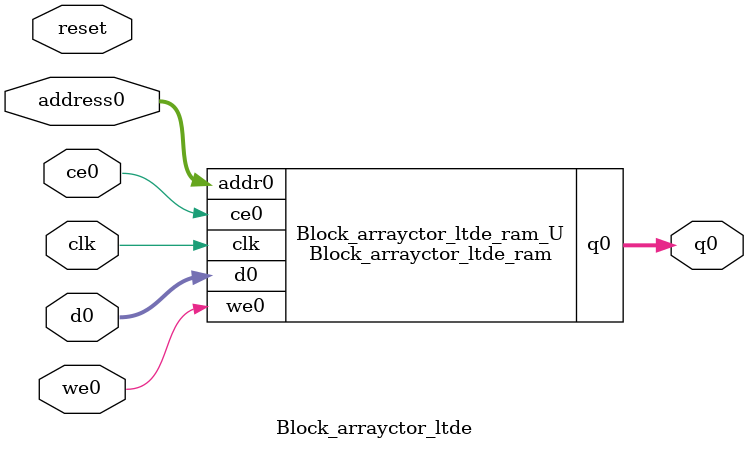
<source format=v>
`timescale 1 ns / 1 ps
module Block_arrayctor_ltde_ram (addr0, ce0, d0, we0, q0,  clk);

parameter DWIDTH = 5;
parameter AWIDTH = 2;
parameter MEM_SIZE = 4;

input[AWIDTH-1:0] addr0;
input ce0;
input[DWIDTH-1:0] d0;
input we0;
output reg[DWIDTH-1:0] q0;
input clk;

(* ram_style = "distributed" *)reg [DWIDTH-1:0] ram[0:MEM_SIZE-1];




always @(posedge clk)  
begin 
    if (ce0) begin
        if (we0) 
            ram[addr0] <= d0; 
        q0 <= ram[addr0];
    end
end


endmodule

`timescale 1 ns / 1 ps
module Block_arrayctor_ltde(
    reset,
    clk,
    address0,
    ce0,
    we0,
    d0,
    q0);

parameter DataWidth = 32'd5;
parameter AddressRange = 32'd4;
parameter AddressWidth = 32'd2;
input reset;
input clk;
input[AddressWidth - 1:0] address0;
input ce0;
input we0;
input[DataWidth - 1:0] d0;
output[DataWidth - 1:0] q0;



Block_arrayctor_ltde_ram Block_arrayctor_ltde_ram_U(
    .clk( clk ),
    .addr0( address0 ),
    .ce0( ce0 ),
    .we0( we0 ),
    .d0( d0 ),
    .q0( q0 ));

endmodule


</source>
